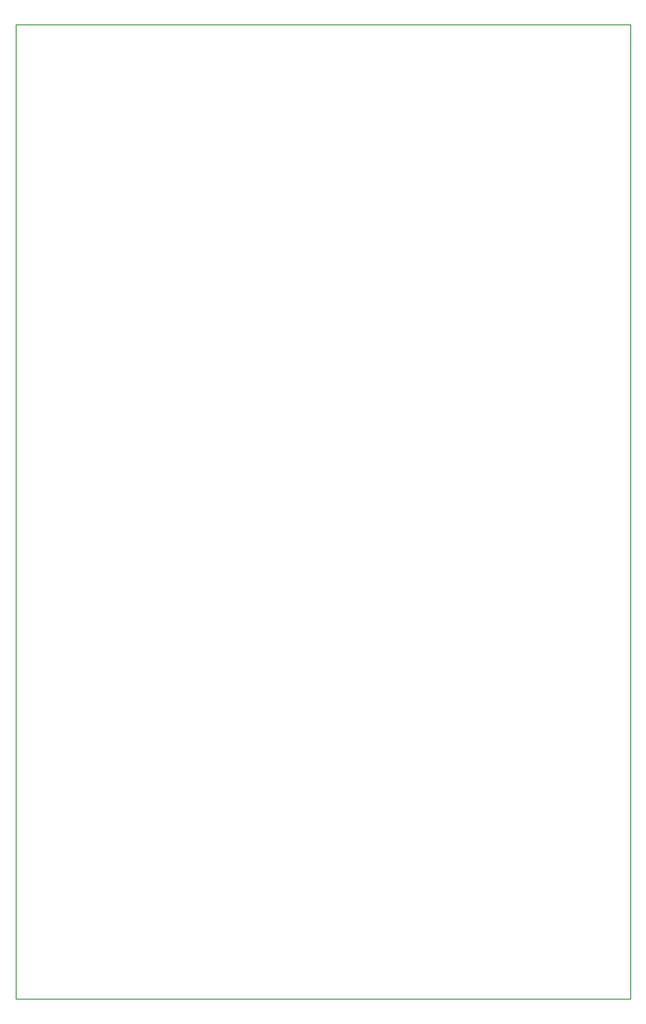
<source format=gm1>
G04 #@! TF.GenerationSoftware,KiCad,Pcbnew,(6.0.10)*
G04 #@! TF.CreationDate,2023-01-04T16:14:13-06:00*
G04 #@! TF.ProjectId,AT89S52_dev_board,41543839-5335-4325-9f64-65765f626f61,rev?*
G04 #@! TF.SameCoordinates,Original*
G04 #@! TF.FileFunction,Profile,NP*
%FSLAX46Y46*%
G04 Gerber Fmt 4.6, Leading zero omitted, Abs format (unit mm)*
G04 Created by KiCad (PCBNEW (6.0.10)) date 2023-01-04 16:14:13*
%MOMM*%
%LPD*%
G01*
G04 APERTURE LIST*
G04 #@! TA.AperFunction,Profile*
%ADD10C,0.100000*%
G04 #@! TD*
G04 APERTURE END LIST*
D10*
X188595000Y-58420000D02*
X128905000Y-58420000D01*
X128905000Y-58420000D02*
X128905000Y-153035000D01*
X128905000Y-153035000D02*
X188595000Y-153035000D01*
X188595000Y-153035000D02*
X188595000Y-58420000D01*
M02*

</source>
